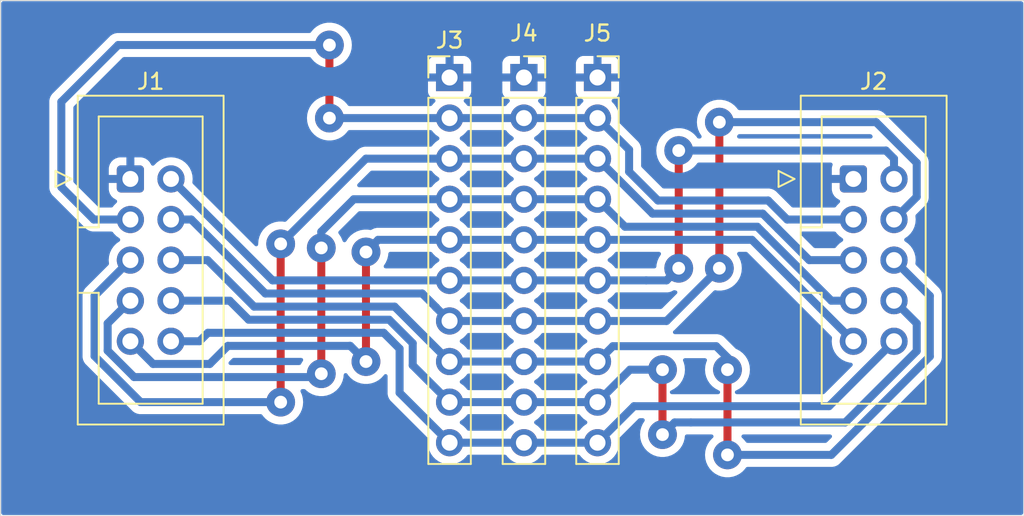
<source format=kicad_pcb>
(kicad_pcb (version 20240108) (generator "pcbnew") (generator_version "8.0")
  (layers (0 "F.Cu" signal) (31 "B.Cu" signal) (34 "B.Paste" user) (35 "F.Paste" user) (36 "B.SilkS" user "B.Silkscreen") (37 "F.SilkS" user "F.Silkscreen") (38 "B.Mask" user) (39 "F.Mask" user) (44 "Edge.Cuts" user))
  (net 0 "")
  (net 1 "/P10")
  (net 2 "/P8")
  (net 3 "/P7")
  (net 4 "/P5")
  (net 5 "/P4")
  (net 6 "/P9")
  (net 7 "/P6")
  (net 8 "/P2")
  (net 9 "/P3")
  (net 10 "/P1")
  (footprint "Connector_PinHeader_2.54mm:PinHeader_1x10_P2.54mm_Vertical" (layer "F.Cu") (at 143.658 68.326)
    (property "Reference" "J3" (at 0 -2.33 0) (layer "F.SilkS"))
    (property "Value" "Conn_01x10")
    (fp_line (start -1.33 -1.33) (end 0 -1.33) (stroke (width 0.12)) (layer "F.SilkS"))
    (fp_line (start -1.33 0) (end -1.33 -1.33) (stroke (width 0.12)) (layer "F.SilkS"))
    (fp_line (start -1.33 1.27) (end -1.33 24.19) (stroke (width 0.12)) (layer "F.SilkS"))
    (fp_line (start -1.33 1.27) (end 1.33 1.27) (stroke (width 0.12)) (layer "F.SilkS"))
    (fp_line (start -1.33 24.19) (end 1.33 24.19) (stroke (width 0.12)) (layer "F.SilkS"))
    (fp_line (start 1.33 1.27) (end 1.33 24.19) (stroke (width 0.12)) (layer "F.SilkS"))
    (pad "1" thru_hole rect (at 0 0) (size 1.7 1.7) (drill 1) (layers "*.Cu" "*.Mask") (net 10 "/P1"))
    (pad "2" thru_hole oval (at 0 2.54) (size 1.7 1.7) (drill 1) (layers "*.Cu" "*.Mask") (net 9 "/P3"))
    (pad "3" thru_hole oval (at 0 5.08) (size 1.7 1.7) (drill 1) (layers "*.Cu" "*.Mask") (net 4 "/P5"))
    (pad "4" thru_hole oval (at 0 7.62) (size 1.7 1.7) (drill 1) (layers "*.Cu" "*.Mask") (net 3 "/P7"))
    (pad "5" thru_hole oval (at 0 10.16) (size 1.7 1.7) (drill 1) (layers "*.Cu" "*.Mask") (net 6 "/P9"))
    (pad "6" thru_hole oval (at 0 12.7) (size 1.7 1.7) (drill 1) (layers "*.Cu" "*.Mask") (net 8 "/P2"))
    (pad "7" thru_hole oval (at 0 15.24) (size 1.7 1.7) (drill 1) (layers "*.Cu" "*.Mask") (net 5 "/P4"))
    (pad "8" thru_hole oval (at 0 17.78) (size 1.7 1.7) (drill 1) (layers "*.Cu" "*.Mask") (net 7 "/P6"))
    (pad "9" thru_hole oval (at 0 20.32) (size 1.7 1.7) (drill 1) (layers "*.Cu" "*.Mask") (net 2 "/P8"))
    (pad "10" thru_hole oval (at 0 22.86) (size 1.7 1.7) (drill 1) (layers "*.Cu" "*.Mask") (net 1 "/P10"))
  )
  (footprint "Connector_PinSocket_2.54mm:PinSocket_1x10_P2.54mm_Vertical" (layer "F.Cu") (at 148.308 68.326)
    (property "Reference" "J4" (at 0 -2.77 0) (layer "F.SilkS"))
    (property "Value" "Conn_01x10")
    (fp_line (start -1.33 1.27) (end -1.33 24.19) (stroke (width 0.12)) (layer "F.SilkS"))
    (fp_line (start -1.33 1.27) (end 1.33 1.27) (stroke (width 0.12)) (layer "F.SilkS"))
    (fp_line (start -1.33 24.19) (end 1.33 24.19) (stroke (width 0.12)) (layer "F.SilkS"))
    (fp_line (start 0 -1.33) (end 1.33 -1.33) (stroke (width 0.12)) (layer "F.SilkS"))
    (fp_line (start 1.33 -1.33) (end 1.33 0) (stroke (width 0.12)) (layer "F.SilkS"))
    (fp_line (start 1.33 1.27) (end 1.33 24.19) (stroke (width 0.12)) (layer "F.SilkS"))
    (pad "1" thru_hole rect (at 0 0) (size 1.7 1.7) (drill 1) (layers "*.Cu" "*.Mask") (net 10 "/P1"))
    (pad "2" thru_hole oval (at 0 2.54) (size 1.7 1.7) (drill 1) (layers "*.Cu" "*.Mask") (net 9 "/P3"))
    (pad "3" thru_hole oval (at 0 5.08) (size 1.7 1.7) (drill 1) (layers "*.Cu" "*.Mask") (net 4 "/P5"))
    (pad "4" thru_hole oval (at 0 7.62) (size 1.7 1.7) (drill 1) (layers "*.Cu" "*.Mask") (net 3 "/P7"))
    (pad "5" thru_hole oval (at 0 10.16) (size 1.7 1.7) (drill 1) (layers "*.Cu" "*.Mask") (net 6 "/P9"))
    (pad "6" thru_hole oval (at 0 12.7) (size 1.7 1.7) (drill 1) (layers "*.Cu" "*.Mask") (net 8 "/P2"))
    (pad "7" thru_hole oval (at 0 15.24) (size 1.7 1.7) (drill 1) (layers "*.Cu" "*.Mask") (net 5 "/P4"))
    (pad "8" thru_hole oval (at 0 17.78) (size 1.7 1.7) (drill 1) (layers "*.Cu" "*.Mask") (net 7 "/P6"))
    (pad "9" thru_hole oval (at 0 20.32) (size 1.7 1.7) (drill 1) (layers "*.Cu" "*.Mask") (net 2 "/P8"))
    (pad "10" thru_hole oval (at 0 22.86) (size 1.7 1.7) (drill 1) (layers "*.Cu" "*.Mask") (net 1 "/P10"))
  )
  (footprint "Connector_PinSocket_2.54mm:PinSocket_1x10_P2.54mm_Vertical" (layer "F.Cu") (at 152.908 68.326)
    (property "Reference" "J5" (at 0 -2.77 0) (layer "F.SilkS"))
    (property "Value" "Conn_01x10")
    (fp_line (start -1.33 1.27) (end -1.33 24.19) (stroke (width 0.12)) (layer "F.SilkS"))
    (fp_line (start -1.33 1.27) (end 1.33 1.27) (stroke (width 0.12)) (layer "F.SilkS"))
    (fp_line (start -1.33 24.19) (end 1.33 24.19) (stroke (width 0.12)) (layer "F.SilkS"))
    (fp_line (start 0 -1.33) (end 1.33 -1.33) (stroke (width 0.12)) (layer "F.SilkS"))
    (fp_line (start 1.33 -1.33) (end 1.33 0) (stroke (width 0.12)) (layer "F.SilkS"))
    (fp_line (start 1.33 1.27) (end 1.33 24.19) (stroke (width 0.12)) (layer "F.SilkS"))
    (pad "1" thru_hole rect (at 0 0) (size 1.7 1.7) (drill 1) (layers "*.Cu" "*.Mask") (net 10 "/P1"))
    (pad "2" thru_hole oval (at 0 2.54) (size 1.7 1.7) (drill 1) (layers "*.Cu" "*.Mask") (net 9 "/P3"))
    (pad "3" thru_hole oval (at 0 5.08) (size 1.7 1.7) (drill 1) (layers "*.Cu" "*.Mask") (net 4 "/P5"))
    (pad "4" thru_hole oval (at 0 7.62) (size 1.7 1.7) (drill 1) (layers "*.Cu" "*.Mask") (net 3 "/P7"))
    (pad "5" thru_hole oval (at 0 10.16) (size 1.7 1.7) (drill 1) (layers "*.Cu" "*.Mask") (net 6 "/P9"))
    (pad "6" thru_hole oval (at 0 12.7) (size 1.7 1.7) (drill 1) (layers "*.Cu" "*.Mask") (net 8 "/P2"))
    (pad "7" thru_hole oval (at 0 15.24) (size 1.7 1.7) (drill 1) (layers "*.Cu" "*.Mask") (net 5 "/P4"))
    (pad "8" thru_hole oval (at 0 17.78) (size 1.7 1.7) (drill 1) (layers "*.Cu" "*.Mask") (net 7 "/P6"))
    (pad "9" thru_hole oval (at 0 20.32) (size 1.7 1.7) (drill 1) (layers "*.Cu" "*.Mask") (net 2 "/P8"))
    (pad "10" thru_hole oval (at 0 22.86) (size 1.7 1.7) (drill 1) (layers "*.Cu" "*.Mask") (net 1 "/P10"))
  )
  (footprint "Connector_IDC:IDC-Header_2x05_P2.54mm_Vertical" (layer "F.Cu") (at 123.698 74.676)
    (property "Reference" "J1" (at 1.27 -6.1 0) (layer "F.SilkS"))
    (property "Value" "Conn_02x05_Odd_Even")
    (fp_line (start -4.68 -0.5) (end -4.68 0.5) (stroke (width 0.12)) (layer "F.SilkS"))
    (fp_line (start -4.68 0.5) (end -3.68 0) (stroke (width 0.12)) (layer "F.SilkS"))
    (fp_line (start -3.68 0) (end -4.68 -0.5) (stroke (width 0.12)) (layer "F.SilkS"))
    (fp_line (start -3.29 -5.21) (end 5.83 -5.21) (stroke (width 0.12)) (layer "F.SilkS"))
    (fp_line (start -3.29 3.03) (end -1.98 3.03) (stroke (width 0.12)) (layer "F.SilkS"))
    (fp_line (start -3.29 15.37) (end -3.29 -5.21) (stroke (width 0.12)) (layer "F.SilkS"))
    (fp_line (start -1.98 -3.91) (end 4.52 -3.91) (stroke (width 0.12)) (layer "F.SilkS"))
    (fp_line (start -1.98 3.03) (end -1.98 -3.91) (stroke (width 0.12)) (layer "F.SilkS"))
    (fp_line (start -1.98 7.13) (end -3.29 7.13) (stroke (width 0.12)) (layer "F.SilkS"))
    (fp_line (start -1.98 7.13) (end -1.98 7.13) (stroke (width 0.12)) (layer "F.SilkS"))
    (fp_line (start -1.98 14.07) (end -1.98 7.13) (stroke (width 0.12)) (layer "F.SilkS"))
    (fp_line (start 4.52 -3.91) (end 4.52 14.07) (stroke (width 0.12)) (layer "F.SilkS"))
    (fp_line (start 4.52 14.07) (end -1.98 14.07) (stroke (width 0.12)) (layer "F.SilkS"))
    (fp_line (start 5.83 -5.21) (end 5.83 15.37) (stroke (width 0.12)) (layer "F.SilkS"))
    (fp_line (start 5.83 15.37) (end -3.29 15.37) (stroke (width 0.12)) (layer "F.SilkS"))
    (pad "1" thru_hole roundrect (at 0 0) (size 1.7 1.7) (drill 1) (layers "*.Cu" "*.Mask") (roundrect_rratio 0.147059) (net 10 "/P1"))
    (pad "2" thru_hole circle (at 2.54 0) (size 1.7 1.7) (drill 1) (layers "*.Cu" "*.Mask") (net 8 "/P2"))
    (pad "3" thru_hole circle (at 0 2.54) (size 1.7 1.7) (drill 1) (layers "*.Cu" "*.Mask") (net 9 "/P3"))
    (pad "4" thru_hole circle (at 2.54 2.54) (size 1.7 1.7) (drill 1) (layers "*.Cu" "*.Mask") (net 5 "/P4"))
    (pad "5" thru_hole circle (at 0 5.08) (size 1.7 1.7) (drill 1) (layers "*.Cu" "*.Mask") (net 4 "/P5"))
    (pad "6" thru_hole circle (at 2.54 5.08) (size 1.7 1.7) (drill 1) (layers "*.Cu" "*.Mask") (net 7 "/P6"))
    (pad "7" thru_hole circle (at 0 7.62) (size 1.7 1.7) (drill 1) (layers "*.Cu" "*.Mask") (net 3 "/P7"))
    (pad "8" thru_hole circle (at 2.54 7.62) (size 1.7 1.7) (drill 1) (layers "*.Cu" "*.Mask") (net 2 "/P8"))
    (pad "9" thru_hole circle (at 0 10.16) (size 1.7 1.7) (drill 1) (layers "*.Cu" "*.Mask") (net 6 "/P9"))
    (pad "10" thru_hole circle (at 2.54 10.16) (size 1.7 1.7) (drill 1) (layers "*.Cu" "*.Mask") (net 1 "/P10"))
  )
  (footprint "Connector_IDC:IDC-Header_2x05_P2.54mm_Vertical" (layer "F.Cu") (at 168.91 74.676)
    (property "Reference" "J2" (at 1.27 -6.1 0) (layer "F.SilkS"))
    (property "Value" "Conn_02x05_Odd_Even")
    (fp_line (start -4.68 -0.5) (end -4.68 0.5) (stroke (width 0.12)) (layer "F.SilkS"))
    (fp_line (start -4.68 0.5) (end -3.68 0) (stroke (width 0.12)) (layer "F.SilkS"))
    (fp_line (start -3.68 0) (end -4.68 -0.5) (stroke (width 0.12)) (layer "F.SilkS"))
    (fp_line (start -3.29 -5.21) (end 5.83 -5.21) (stroke (width 0.12)) (layer "F.SilkS"))
    (fp_line (start -3.29 3.03) (end -1.98 3.03) (stroke (width 0.12)) (layer "F.SilkS"))
    (fp_line (start -3.29 15.37) (end -3.29 -5.21) (stroke (width 0.12)) (layer "F.SilkS"))
    (fp_line (start -1.98 -3.91) (end 4.52 -3.91) (stroke (width 0.12)) (layer "F.SilkS"))
    (fp_line (start -1.98 3.03) (end -1.98 -3.91) (stroke (width 0.12)) (layer "F.SilkS"))
    (fp_line (start -1.98 7.13) (end -3.29 7.13) (stroke (width 0.12)) (layer "F.SilkS"))
    (fp_line (start -1.98 7.13) (end -1.98 7.13) (stroke (width 0.12)) (layer "F.SilkS"))
    (fp_line (start -1.98 14.07) (end -1.98 7.13) (stroke (width 0.12)) (layer "F.SilkS"))
    (fp_line (start 4.52 -3.91) (end 4.52 14.07) (stroke (width 0.12)) (layer "F.SilkS"))
    (fp_line (start 4.52 14.07) (end -1.98 14.07) (stroke (width 0.12)) (layer "F.SilkS"))
    (fp_line (start 5.83 -5.21) (end 5.83 15.37) (stroke (width 0.12)) (layer "F.SilkS"))
    (fp_line (start 5.83 15.37) (end -3.29 15.37) (stroke (width 0.12)) (layer "F.SilkS"))
    (pad "1" thru_hole roundrect (at 0 0) (size 1.7 1.7) (drill 1) (layers "*.Cu" "*.Mask") (roundrect_rratio 0.147059) (net 10 "/P1"))
    (pad "2" thru_hole circle (at 2.54 0) (size 1.7 1.7) (drill 1) (layers "*.Cu" "*.Mask") (net 8 "/P2"))
    (pad "3" thru_hole circle (at 0 2.54) (size 1.7 1.7) (drill 1) (layers "*.Cu" "*.Mask") (net 9 "/P3"))
    (pad "4" thru_hole circle (at 2.54 2.54) (size 1.7 1.7) (drill 1) (layers "*.Cu" "*.Mask") (net 5 "/P4"))
    (pad "5" thru_hole circle (at 0 5.08) (size 1.7 1.7) (drill 1) (layers "*.Cu" "*.Mask") (net 4 "/P5"))
    (pad "6" thru_hole circle (at 2.54 5.08) (size 1.7 1.7) (drill 1) (layers "*.Cu" "*.Mask") (net 7 "/P6"))
    (pad "7" thru_hole circle (at 0 7.62) (size 1.7 1.7) (drill 1) (layers "*.Cu" "*.Mask") (net 3 "/P7"))
    (pad "8" thru_hole circle (at 2.54 7.62) (size 1.7 1.7) (drill 1) (layers "*.Cu" "*.Mask") (net 2 "/P8"))
    (pad "9" thru_hole circle (at 0 10.16) (size 1.7 1.7) (drill 1) (layers "*.Cu" "*.Mask") (net 6 "/P9"))
    (pad "10" thru_hole circle (at 2.54 10.16) (size 1.7 1.7) (drill 1) (layers "*.Cu" "*.Mask") (net 1 "/P10"))
  )
  (gr_rect (start 115.57 63.5) (end 179.578 95.758) (stroke (width 0.05)) (fill none) (layer "Edge.Cuts"))
  (segment (start 128.016 84.836) (end 126.238 84.836) (width 0.5) (layer "B.Cu") (net 1))
  (segment (start 155.194 88.9) (end 152.908 91.186) (width 0.5) (layer "B.Cu") (net 1))
  (segment (start 171.45 84.836) (end 167.386 88.9) (width 0.5) (layer "B.Cu") (net 1))
  (segment (start 128.546 84.306) (end 128.016 84.836) (width 0.5) (layer "B.Cu") (net 1))
  (segment (start 143.658 91.186) (end 140.533172 88.061172) (width 0.5) (layer "B.Cu") (net 1))
  (segment (start 143.658 91.186) (end 148.308 91.186) (width 0.5) (layer "B.Cu") (net 1))
  (segment (start 167.386 88.9) (end 155.194 88.9) (width 0.5) (layer "B.Cu") (net 1))
  (segment (start 140.533172 85.300484) (end 139.538688 84.306) (width 0.5) (layer "B.Cu") (net 1))
  (segment (start 139.538688 84.306) (end 128.546 84.306) (width 0.5) (layer "B.Cu") (net 1))
  (segment (start 148.308 91.186) (end 152.908 91.186) (width 0.5) (layer "B.Cu") (net 1))
  (segment (start 140.533172 88.061172) (end 140.533172 85.300484) (width 0.5) (layer "B.Cu") (net 1))
  (segment (start 156.972 90.678) (end 156.972 86.614) (width 0.5) (layer "F.Cu") (net 2))
  (via (at 156.972 90.678) (size 1.8) (drill 0.8) (layers "F.Cu" "B.Cu") (net 2))
  (via (at 156.972 86.614) (size 1.8) (drill 0.8) (layers "F.Cu" "B.Cu") (net 2))
  (segment (start 172.87 83.716) (end 172.87 85.448) (width 0.5) (layer "B.Cu") (net 2))
  (segment (start 141.353172 84.960828) (end 139.878344 83.486) (width 0.5) (layer "B.Cu") (net 2))
  (segment (start 171.45 82.296) (end 172.87 83.716) (width 0.5) (layer "B.Cu") (net 2))
  (segment (start 141.353172 86.341172) (end 141.353172 84.960828) (width 0.5) (layer "B.Cu") (net 2))
  (segment (start 131.094344 83.486) (end 129.904344 82.296) (width 0.5) (layer "B.Cu") (net 2))
  (segment (start 148.308 88.646) (end 143.658 88.646) (width 0.5) (layer "B.Cu") (net 2))
  (segment (start 129.904344 82.296) (end 126.238 82.296) (width 0.5) (layer "B.Cu") (net 2))
  (segment (start 143.658 88.646) (end 141.353172 86.341172) (width 0.5) (layer "B.Cu") (net 2))
  (segment (start 139.878344 83.486) (end 131.094344 83.486) (width 0.5) (layer "B.Cu") (net 2))
  (segment (start 152.908 88.646) (end 148.308 88.646) (width 0.5) (layer "B.Cu") (net 2))
  (segment (start 158.75 89.916) (end 157.734 89.916) (width 0.5) (layer "B.Cu") (net 2))
  (segment (start 154.94 86.614) (end 152.908 88.646) (width 0.5) (layer "B.Cu") (net 2))
  (segment (start 157.734 89.916) (end 156.972 90.678) (width 0.5) (layer "B.Cu") (net 2))
  (segment (start 156.972 86.614) (end 154.94 86.614) (width 0.5) (layer "B.Cu") (net 2))
  (segment (start 168.402 89.916) (end 158.75 89.916) (width 0.5) (layer "B.Cu") (net 2))
  (segment (start 172.87 85.448) (end 168.402 89.916) (width 0.5) (layer "B.Cu") (net 2))
  (segment (start 135.636 78.994) (end 135.636 86.868) (width 0.5) (layer "F.Cu") (net 3))
  (via (at 135.636 86.868) (size 1.8) (drill 0.8) (layers "F.Cu" "B.Cu") (net 3))
  (via (at 135.636 78.994) (size 1.8) (drill 0.8) (layers "F.Cu" "B.Cu") (net 3))
  (segment (start 148.308 75.946) (end 143.658 75.946) (width 0.5) (layer "B.Cu") (net 3))
  (segment (start 123.929816 87.076) (end 122.278 85.424184) (width 0.5) (layer "B.Cu") (net 3))
  (segment (start 135.636 77.978) (end 135.636 78.994) (width 0.5) (layer "B.Cu") (net 3))
  (segment (start 137.668 75.946) (end 135.636 77.978) (width 0.5) (layer "B.Cu") (net 3))
  (segment (start 135.636 86.868) (end 135.428 87.076) (width 0.5) (layer "B.Cu") (net 3))
  (segment (start 167.529655 82.296) (end 168.91 82.296) (width 0.5) (layer "B.Cu") (net 3))
  (segment (start 143.658 75.946) (end 137.668 75.946) (width 0.5) (layer "B.Cu") (net 3))
  (segment (start 152.908 75.946) (end 148.308 75.946) (width 0.5) (layer "B.Cu") (net 3))
  (segment (start 122.278 85.424184) (end 122.278 83.716) (width 0.5) (layer "B.Cu") (net 3))
  (segment (start 152.908 75.946) (end 154.628 77.666) (width 0.5) (layer "B.Cu") (net 3))
  (segment (start 122.278 83.716) (end 123.698 82.296) (width 0.5) (layer "B.Cu") (net 3))
  (segment (start 154.628 77.666) (end 162.899656 77.666) (width 0.5) (layer "B.Cu") (net 3))
  (segment (start 163.38 78.146345) (end 167.529655 82.296) (width 0.5) (layer "B.Cu") (net 3))
  (segment (start 135.428 87.076) (end 123.929816 87.076) (width 0.5) (layer "B.Cu") (net 3))
  (segment (start 162.899656 77.666) (end 163.38 78.146345) (width 0.5) (layer "B.Cu") (net 3))
  (segment (start 133.096 78.74) (end 133.096 88.646) (width 0.5) (layer "F.Cu") (net 4))
  (via (at 133.096 78.74) (size 1.8) (drill 0.8) (layers "F.Cu" "B.Cu") (net 4))
  (via (at 133.096 88.646) (size 1.8) (drill 0.8) (layers "F.Cu" "B.Cu") (net 4))
  (segment (start 121.458 81.996) (end 123.698 79.756) (width 0.5) (layer "B.Cu") (net 4))
  (segment (start 164.2 77.806691) (end 166.149309 79.756) (width 0.5) (layer "B.Cu") (net 4))
  (segment (start 138.43 73.406) (end 133.096 78.74) (width 0.5) (layer "B.Cu") (net 4))
  (segment (start 124.34016 88.646) (end 121.458 85.76384) (width 0.5) (layer "B.Cu") (net 4))
  (segment (start 166.149309 79.756) (end 168.91 79.756) (width 0.5) (layer "B.Cu") (net 4))
  (segment (start 148.308 73.406) (end 143.658 73.406) (width 0.5) (layer "B.Cu") (net 4))
  (segment (start 163.719656 77.326345) (end 164.2 77.806691) (width 0.5) (layer "B.Cu") (net 4))
  (segment (start 143.658 73.406) (end 138.43 73.406) (width 0.5) (layer "B.Cu") (net 4))
  (segment (start 152.908 73.406) (end 148.308 73.406) (width 0.5) (layer "B.Cu") (net 4))
  (segment (start 121.458 85.76384) (end 121.458 81.996) (width 0.5) (layer "B.Cu") (net 4))
  (segment (start 133.096 88.646) (end 124.34016 88.646) (width 0.5) (layer "B.Cu") (net 4))
  (segment (start 163.239312 76.846) (end 163.719656 77.326345) (width 0.5) (layer "B.Cu") (net 4))
  (segment (start 156.348 76.846) (end 163.239312 76.846) (width 0.5) (layer "B.Cu") (net 4))
  (segment (start 152.908 73.406) (end 156.348 76.846) (width 0.5) (layer "B.Cu") (net 4))
  (segment (start 160.528 80.264) (end 160.528 71.12) (width 0.5) (layer "F.Cu") (net 5))
  (via (at 160.528 71.12) (size 1.8) (drill 0.8) (layers "F.Cu" "B.Cu") (net 5))
  (via (at 160.528 80.264) (size 1.8) (drill 0.8) (layers "F.Cu" "B.Cu") (net 5))
  (segment (start 172.87 75.796) (end 171.45 77.216) (width 0.5) (layer "B.Cu") (net 5))
  (segment (start 152.908 83.566) (end 157.226 83.566) (width 0.5) (layer "B.Cu") (net 5))
  (segment (start 157.226 83.566) (end 160.528 80.264) (width 0.5) (layer "B.Cu") (net 5))
  (segment (start 127.508 77.216) (end 126.238 77.216) (width 0.5) (layer "B.Cu") (net 5))
  (segment (start 152.908 83.566) (end 148.308 83.566) (width 0.5) (layer "B.Cu") (net 5))
  (segment (start 148.308 83.566) (end 143.658 83.566) (width 0.5) (layer "B.Cu") (net 5))
  (segment (start 142.808 82.707816) (end 141.946184 81.846) (width 0.5) (layer "B.Cu") (net 5))
  (segment (start 170.323656 71.12) (end 172.87 73.666344) (width 0.5) (layer "B.Cu") (net 5))
  (segment (start 172.87 73.666344) (end 172.87 75.796) (width 0.5) (layer "B.Cu") (net 5))
  (segment (start 141.946184 81.846) (end 132.138 81.846) (width 0.5) (layer "B.Cu") (net 5))
  (segment (start 132.138 81.846) (end 127.508 77.216) (width 0.5) (layer "B.Cu") (net 5))
  (segment (start 160.528 71.12) (end 170.323656 71.12) (width 0.5) (layer "B.Cu") (net 5))
  (segment (start 142.808 82.716) (end 142.808 82.707816) (width 0.5) (layer "B.Cu") (net 5))
  (segment (start 143.658 83.566) (end 142.808 82.716) (width 0.5) (layer "B.Cu") (net 5))
  (segment (start 138.43 86.106) (end 138.43 79.248) (width 0.5) (layer "F.Cu") (net 6))
  (via (at 138.43 79.248) (size 1.8) (drill 0.8) (layers "F.Cu" "B.Cu") (net 6))
  (via (at 138.43 86.106) (size 1.8) (drill 0.8) (layers "F.Cu" "B.Cu") (net 6))
  (segment (start 123.698 84.836) (end 125.118 86.256) (width 0.5) (layer "B.Cu") (net 6))
  (segment (start 143.658 78.486) (end 148.308 78.486) (width 0.5) (layer "B.Cu") (net 6))
  (segment (start 152.908 78.486) (end 162.56 78.486) (width 0.5) (layer "B.Cu") (net 6))
  (segment (start 139.192 78.486) (end 143.658 78.486) (width 0.5) (layer "B.Cu") (net 6))
  (segment (start 137.414 85.126) (end 137.45 85.126) (width 0.5) (layer "B.Cu") (net 6))
  (segment (start 162.56 78.486) (end 168.91 84.836) (width 0.5) (layer "B.Cu") (net 6))
  (segment (start 138.43 79.248) (end 139.192 78.486) (width 0.5) (layer "B.Cu") (net 6))
  (segment (start 125.118 86.256) (end 128.664 86.256) (width 0.5) (layer "B.Cu") (net 6))
  (segment (start 148.308 78.486) (end 152.908 78.486) (width 0.5) (layer "B.Cu") (net 6))
  (segment (start 137.45 85.126) (end 138.43 86.106) (width 0.5) (layer "B.Cu") (net 6))
  (segment (start 128.664 86.256) (end 129.794 85.126) (width 0.5) (layer "B.Cu") (net 6))
  (segment (start 129.794 85.126) (end 137.414 85.126) (width 0.5) (layer "B.Cu") (net 6))
  (segment (start 161.036 86.614) (end 161.036 91.948) (width 0.5) (layer "F.Cu") (net 7))
  (via (at 161.036 91.948) (size 1.8) (drill 0.8) (layers "F.Cu" "B.Cu") (net 7))
  (via (at 161.036 86.614) (size 1.8) (drill 0.8) (layers "F.Cu" "B.Cu") (net 7))
  (segment (start 161.036 85.852) (end 161.036 86.614) (width 0.5) (layer "B.Cu") (net 7))
  (segment (start 173.69 85.787656) (end 173.69 81.996) (width 0.5) (layer "B.Cu") (net 7))
  (segment (start 131.434 82.666) (end 128.524 79.756) (width 0.5) (layer "B.Cu") (net 7))
  (segment (start 152.908 86.106) (end 153.87 85.144) (width 0.5) (layer "B.Cu") (net 7))
  (segment (start 167.529656 91.948) (end 173.69 85.787656) (width 0.5) (layer "B.Cu") (net 7))
  (segment (start 143.658 86.106) (end 140.218 82.666) (width 0.5) (layer "B.Cu") (net 7))
  (segment (start 143.658 86.106) (end 148.308 86.106) (width 0.5) (layer "B.Cu") (net 7))
  (segment (start 128.524 79.756) (end 126.238 79.756) (width 0.5) (layer "B.Cu") (net 7))
  (segment (start 173.69 81.996) (end 171.45 79.756) (width 0.5) (layer "B.Cu") (net 7))
  (segment (start 148.308 86.106) (end 152.908 86.106) (width 0.5) (layer "B.Cu") (net 7))
  (segment (start 140.218 82.666) (end 131.434 82.666) (width 0.5) (layer "B.Cu") (net 7))
  (segment (start 153.87 85.144) (end 160.328 85.144) (width 0.5) (layer "B.Cu") (net 7))
  (segment (start 160.328 85.144) (end 161.036 85.852) (width 0.5) (layer "B.Cu") (net 7))
  (segment (start 161.036 91.948) (end 167.529656 91.948) (width 0.5) (layer "B.Cu") (net 7))
  (segment (start 157.988 80.264) (end 157.988 72.898) (width 0.5) (layer "F.Cu") (net 8))
  (via (at 157.988 80.264) (size 1.8) (drill 0.8) (layers "F.Cu" "B.Cu") (net 8))
  (via (at 157.988 72.898) (size 1.8) (drill 0.8) (layers "F.Cu" "B.Cu") (net 8))
  (segment (start 126.238 74.676) (end 132.588 81.026) (width 0.5) (layer "B.Cu") (net 8))
  (segment (start 132.588 81.026) (end 143.658 81.026) (width 0.5) (layer "B.Cu") (net 8))
  (segment (start 148.308 81.026) (end 152.908 81.026) (width 0.5) (layer "B.Cu") (net 8))
  (segment (start 157.226 81.026) (end 157.988 80.264) (width 0.5) (layer "B.Cu") (net 8))
  (segment (start 157.988 72.898) (end 170.942 72.898) (width 0.5) (layer "B.Cu") (net 8))
  (segment (start 143.658 81.026) (end 148.308 81.026) (width 0.5) (layer "B.Cu") (net 8))
  (segment (start 171.45 73.406) (end 171.45 74.676) (width 0.5) (layer "B.Cu") (net 8))
  (segment (start 170.942 72.898) (end 171.45 73.406) (width 0.5) (layer "B.Cu") (net 8))
  (segment (start 152.908 81.026) (end 155.956 81.026) (width 0.5) (layer "B.Cu") (net 8))
  (segment (start 155.956 81.026) (end 157.226 81.026) (width 0.5) (layer "B.Cu") (net 8))
  (segment (start 136.144 70.866) (end 136.144 66.294) (width 0.5) (layer "F.Cu") (net 9))
  (via (at 136.144 66.294) (size 1.8) (drill 0.8) (layers "F.Cu" "B.Cu") (net 9))
  (via (at 136.144 70.866) (size 1.8) (drill 0.8) (layers "F.Cu" "B.Cu") (net 9))
  (segment (start 123.698 77.216) (end 121.412 77.216) (width 0.5) (layer "B.Cu") (net 9))
  (segment (start 156.687656 76.026) (end 163.578968 76.026) (width 0.5) (layer "B.Cu") (net 9))
  (segment (start 119.38 75.184) (end 119.38 69.85) (width 0.5) (layer "B.Cu") (net 9))
  (segment (start 154.884828 72.842828) (end 154.884828 74.223172) (width 0.5) (layer "B.Cu") (net 9))
  (segment (start 143.658 70.866) (end 148.308 70.866) (width 0.5) (layer "B.Cu") (net 9))
  (segment (start 143.658 70.866) (end 136.144 70.866) (width 0.5) (layer "B.Cu") (net 9))
  (segment (start 163.578968 76.026) (end 164.768968 77.216) (width 0.5) (layer "B.Cu") (net 9))
  (segment (start 121.412 77.216) (end 119.38 75.184) (width 0.5) (layer "B.Cu") (net 9))
  (segment (start 119.38 69.85) (end 122.936 66.294) (width 0.5) (layer "B.Cu") (net 9))
  (segment (start 148.308 70.866) (end 152.908 70.866) (width 0.5) (layer "B.Cu") (net 9))
  (segment (start 164.768968 77.216) (end 168.91 77.216) (width 0.5) (layer "B.Cu") (net 9))
  (segment (start 122.936 66.294) (end 136.144 66.294) (width 0.5) (layer "B.Cu") (net 9))
  (segment (start 152.908 70.866) (end 154.884828 72.842828) (width 0.5) (layer "B.Cu") (net 9))
  (segment (start 154.884828 74.223172) (end 156.687656 76.026) (width 0.5) (layer "B.Cu") (net 9))
  (zone (net 10) (net_name "/P1") (layer "B.Cu") (connect_pads (clearance 0.5)) (min_thickness 0.25) (fill yes (thermal_gap 0.5) (thermal_bridge_width 0.5) (island_removal_mode 2) (island_area_min 2))
    (polygon (pts (xy 115.57 63.5) (xy 179.578 63.5) (xy 179.578 95.758) (xy 115.57 95.758)))
  )
)
</source>
